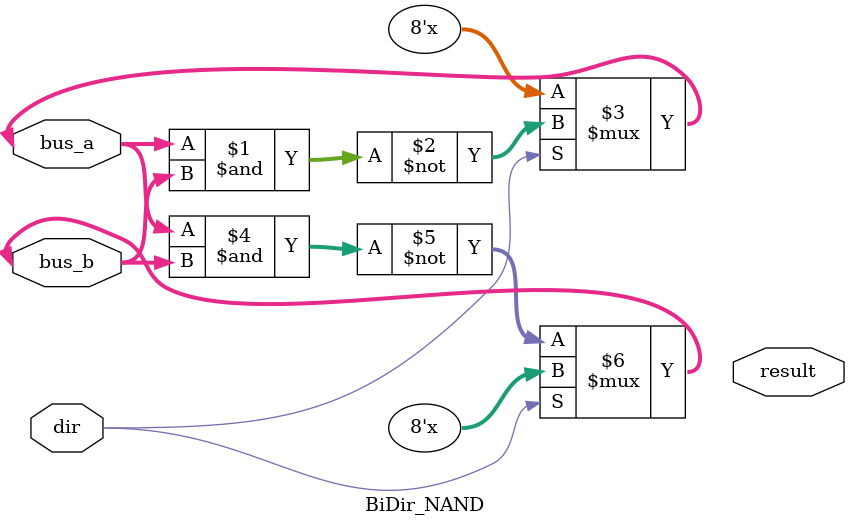
<source format=sv>
module BiDir_NAND(
    inout [7:0] bus_a, bus_b,
    input dir,
    output [7:0] result
);
    assign bus_a = dir ? ~(bus_a & bus_b) : 8'hzz;
    assign bus_b = dir ? 8'hzz : ~(bus_a & bus_b);
endmodule

</source>
